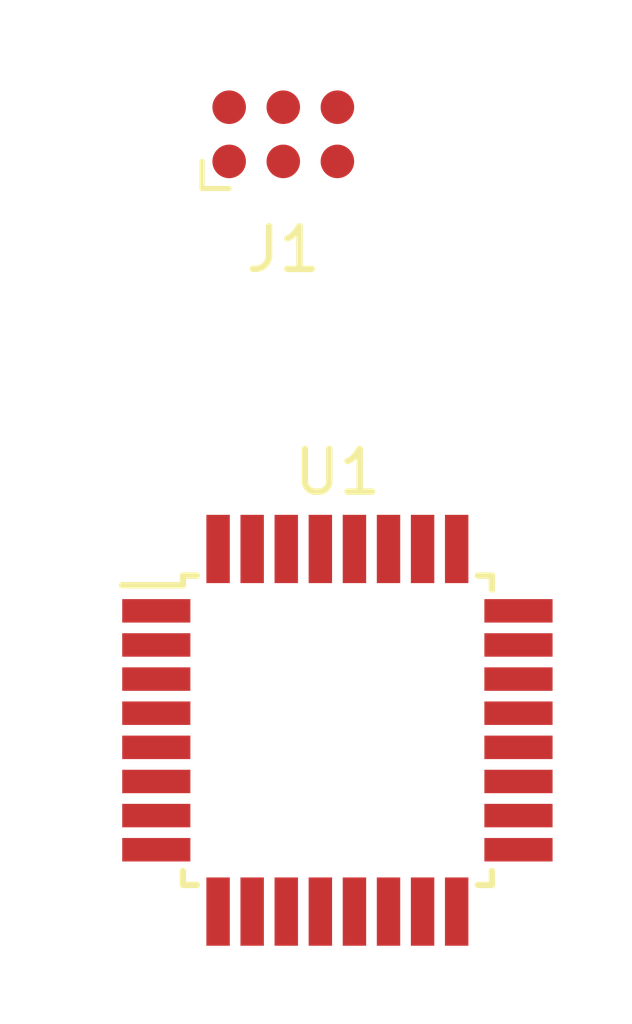
<source format=kicad_pcb>
(kicad_pcb (version 20171130) (host pcbnew "(5.1.2)-2")

  (general
    (thickness 1.6)
    (drawings 0)
    (tracks 0)
    (zones 0)
    (modules 2)
    (nets 38)
  )

  (page A4)
  (layers
    (0 F.Cu signal)
    (31 B.Cu signal)
    (32 B.Adhes user)
    (33 F.Adhes user)
    (34 B.Paste user)
    (35 F.Paste user)
    (36 B.SilkS user)
    (37 F.SilkS user)
    (38 B.Mask user)
    (39 F.Mask user)
    (40 Dwgs.User user)
    (41 Cmts.User user)
    (42 Eco1.User user)
    (43 Eco2.User user)
    (44 Edge.Cuts user)
    (45 Margin user)
    (46 B.CrtYd user)
    (47 F.CrtYd user)
    (48 B.Fab user)
    (49 F.Fab user)
  )

  (setup
    (last_trace_width 0.25)
    (trace_clearance 0.2)
    (zone_clearance 0.508)
    (zone_45_only no)
    (trace_min 0.2)
    (via_size 0.8)
    (via_drill 0.4)
    (via_min_size 0.4)
    (via_min_drill 0.3)
    (uvia_size 0.3)
    (uvia_drill 0.1)
    (uvias_allowed no)
    (uvia_min_size 0.2)
    (uvia_min_drill 0.1)
    (edge_width 0.05)
    (segment_width 0.2)
    (pcb_text_width 0.3)
    (pcb_text_size 1.5 1.5)
    (mod_edge_width 0.12)
    (mod_text_size 1 1)
    (mod_text_width 0.15)
    (pad_size 1.524 1.524)
    (pad_drill 0.762)
    (pad_to_mask_clearance 0.051)
    (solder_mask_min_width 0.25)
    (aux_axis_origin 0 0)
    (visible_elements FFFFFF7F)
    (pcbplotparams
      (layerselection 0x010fc_ffffffff)
      (usegerberextensions false)
      (usegerberattributes false)
      (usegerberadvancedattributes false)
      (creategerberjobfile false)
      (excludeedgelayer true)
      (linewidth 0.100000)
      (plotframeref false)
      (viasonmask false)
      (mode 1)
      (useauxorigin false)
      (hpglpennumber 1)
      (hpglpenspeed 20)
      (hpglpendiameter 15.000000)
      (psnegative false)
      (psa4output false)
      (plotreference true)
      (plotvalue true)
      (plotinvisibletext false)
      (padsonsilk false)
      (subtractmaskfromsilk false)
      (outputformat 1)
      (mirror false)
      (drillshape 1)
      (scaleselection 1)
      (outputdirectory ""))
  )

  (net 0 "")
  (net 1 "Net-(U1-Pad1)")
  (net 2 "Net-(U1-Pad2)")
  (net 3 "Net-(U1-Pad3)")
  (net 4 "Net-(U1-Pad4)")
  (net 5 "Net-(U1-Pad21)")
  (net 6 "Net-(U1-Pad6)")
  (net 7 "Net-(U1-Pad7)")
  (net 8 "Net-(U1-Pad8)")
  (net 9 "Net-(U1-Pad9)")
  (net 10 "Net-(U1-Pad10)")
  (net 11 "Net-(U1-Pad11)")
  (net 12 "Net-(U1-Pad12)")
  (net 13 "Net-(U1-Pad13)")
  (net 14 "Net-(U1-Pad14)")
  (net 15 "Net-(U1-Pad15)")
  (net 16 "Net-(U1-Pad16)")
  (net 17 "Net-(U1-Pad17)")
  (net 18 "Net-(U1-Pad18)")
  (net 19 "Net-(U1-Pad19)")
  (net 20 "Net-(U1-Pad20)")
  (net 21 "Net-(U1-Pad22)")
  (net 22 "Net-(U1-Pad23)")
  (net 23 "Net-(U1-Pad24)")
  (net 24 "Net-(U1-Pad25)")
  (net 25 "Net-(U1-Pad26)")
  (net 26 "Net-(U1-Pad27)")
  (net 27 "Net-(U1-Pad28)")
  (net 28 "Net-(U1-Pad29)")
  (net 29 "Net-(U1-Pad30)")
  (net 30 "Net-(U1-Pad31)")
  (net 31 "Net-(U1-Pad32)")
  (net 32 "Net-(J1-Pad1)")
  (net 33 "Net-(J1-Pad2)")
  (net 34 "Net-(J1-Pad3)")
  (net 35 "Net-(J1-Pad4)")
  (net 36 "Net-(J1-Pad5)")
  (net 37 "Net-(J1-Pad6)")

  (net_class Default "This is the default net class."
    (clearance 0.2)
    (trace_width 0.25)
    (via_dia 0.8)
    (via_drill 0.4)
    (uvia_dia 0.3)
    (uvia_drill 0.1)
    (add_net "Net-(J1-Pad1)")
    (add_net "Net-(J1-Pad2)")
    (add_net "Net-(J1-Pad3)")
    (add_net "Net-(J1-Pad4)")
    (add_net "Net-(J1-Pad5)")
    (add_net "Net-(J1-Pad6)")
    (add_net "Net-(U1-Pad1)")
    (add_net "Net-(U1-Pad10)")
    (add_net "Net-(U1-Pad11)")
    (add_net "Net-(U1-Pad12)")
    (add_net "Net-(U1-Pad13)")
    (add_net "Net-(U1-Pad14)")
    (add_net "Net-(U1-Pad15)")
    (add_net "Net-(U1-Pad16)")
    (add_net "Net-(U1-Pad17)")
    (add_net "Net-(U1-Pad18)")
    (add_net "Net-(U1-Pad19)")
    (add_net "Net-(U1-Pad2)")
    (add_net "Net-(U1-Pad20)")
    (add_net "Net-(U1-Pad21)")
    (add_net "Net-(U1-Pad22)")
    (add_net "Net-(U1-Pad23)")
    (add_net "Net-(U1-Pad24)")
    (add_net "Net-(U1-Pad25)")
    (add_net "Net-(U1-Pad26)")
    (add_net "Net-(U1-Pad27)")
    (add_net "Net-(U1-Pad28)")
    (add_net "Net-(U1-Pad29)")
    (add_net "Net-(U1-Pad3)")
    (add_net "Net-(U1-Pad30)")
    (add_net "Net-(U1-Pad31)")
    (add_net "Net-(U1-Pad32)")
    (add_net "Net-(U1-Pad4)")
    (add_net "Net-(U1-Pad6)")
    (add_net "Net-(U1-Pad7)")
    (add_net "Net-(U1-Pad8)")
    (add_net "Net-(U1-Pad9)")
  )

  (module Package_QFP:TQFP-32_7x7mm_P0.8mm (layer F.Cu) (tedit 5A02F146) (tstamp 5D38EED5)
    (at 35.56 44.45)
    (descr "32-Lead Plastic Thin Quad Flatpack (PT) - 7x7x1.0 mm Body, 2.00 mm [TQFP] (see Microchip Packaging Specification 00000049BS.pdf)")
    (tags "QFP 0.8")
    (path /5D38D7A6)
    (attr smd)
    (fp_text reference U1 (at 0 -6.05) (layer F.SilkS)
      (effects (font (size 1 1) (thickness 0.15)))
    )
    (fp_text value ATmega328PB-AU (at 0 6.05) (layer F.Fab)
      (effects (font (size 1 1) (thickness 0.15)))
    )
    (fp_text user %R (at 0 0) (layer F.Fab)
      (effects (font (size 1 1) (thickness 0.15)))
    )
    (fp_line (start -2.5 -3.5) (end 3.5 -3.5) (layer F.Fab) (width 0.15))
    (fp_line (start 3.5 -3.5) (end 3.5 3.5) (layer F.Fab) (width 0.15))
    (fp_line (start 3.5 3.5) (end -3.5 3.5) (layer F.Fab) (width 0.15))
    (fp_line (start -3.5 3.5) (end -3.5 -2.5) (layer F.Fab) (width 0.15))
    (fp_line (start -3.5 -2.5) (end -2.5 -3.5) (layer F.Fab) (width 0.15))
    (fp_line (start -5.3 -5.3) (end -5.3 5.3) (layer F.CrtYd) (width 0.05))
    (fp_line (start 5.3 -5.3) (end 5.3 5.3) (layer F.CrtYd) (width 0.05))
    (fp_line (start -5.3 -5.3) (end 5.3 -5.3) (layer F.CrtYd) (width 0.05))
    (fp_line (start -5.3 5.3) (end 5.3 5.3) (layer F.CrtYd) (width 0.05))
    (fp_line (start -3.625 -3.625) (end -3.625 -3.4) (layer F.SilkS) (width 0.15))
    (fp_line (start 3.625 -3.625) (end 3.625 -3.3) (layer F.SilkS) (width 0.15))
    (fp_line (start 3.625 3.625) (end 3.625 3.3) (layer F.SilkS) (width 0.15))
    (fp_line (start -3.625 3.625) (end -3.625 3.3) (layer F.SilkS) (width 0.15))
    (fp_line (start -3.625 -3.625) (end -3.3 -3.625) (layer F.SilkS) (width 0.15))
    (fp_line (start -3.625 3.625) (end -3.3 3.625) (layer F.SilkS) (width 0.15))
    (fp_line (start 3.625 3.625) (end 3.3 3.625) (layer F.SilkS) (width 0.15))
    (fp_line (start 3.625 -3.625) (end 3.3 -3.625) (layer F.SilkS) (width 0.15))
    (fp_line (start -3.625 -3.4) (end -5.05 -3.4) (layer F.SilkS) (width 0.15))
    (pad 1 smd rect (at -4.25 -2.8) (size 1.6 0.55) (layers F.Cu F.Paste F.Mask)
      (net 1 "Net-(U1-Pad1)"))
    (pad 2 smd rect (at -4.25 -2) (size 1.6 0.55) (layers F.Cu F.Paste F.Mask)
      (net 2 "Net-(U1-Pad2)"))
    (pad 3 smd rect (at -4.25 -1.2) (size 1.6 0.55) (layers F.Cu F.Paste F.Mask)
      (net 3 "Net-(U1-Pad3)"))
    (pad 4 smd rect (at -4.25 -0.4) (size 1.6 0.55) (layers F.Cu F.Paste F.Mask)
      (net 4 "Net-(U1-Pad4)"))
    (pad 5 smd rect (at -4.25 0.4) (size 1.6 0.55) (layers F.Cu F.Paste F.Mask)
      (net 5 "Net-(U1-Pad21)"))
    (pad 6 smd rect (at -4.25 1.2) (size 1.6 0.55) (layers F.Cu F.Paste F.Mask)
      (net 6 "Net-(U1-Pad6)"))
    (pad 7 smd rect (at -4.25 2) (size 1.6 0.55) (layers F.Cu F.Paste F.Mask)
      (net 7 "Net-(U1-Pad7)"))
    (pad 8 smd rect (at -4.25 2.8) (size 1.6 0.55) (layers F.Cu F.Paste F.Mask)
      (net 8 "Net-(U1-Pad8)"))
    (pad 9 smd rect (at -2.8 4.25 90) (size 1.6 0.55) (layers F.Cu F.Paste F.Mask)
      (net 9 "Net-(U1-Pad9)"))
    (pad 10 smd rect (at -2 4.25 90) (size 1.6 0.55) (layers F.Cu F.Paste F.Mask)
      (net 10 "Net-(U1-Pad10)"))
    (pad 11 smd rect (at -1.2 4.25 90) (size 1.6 0.55) (layers F.Cu F.Paste F.Mask)
      (net 11 "Net-(U1-Pad11)"))
    (pad 12 smd rect (at -0.4 4.25 90) (size 1.6 0.55) (layers F.Cu F.Paste F.Mask)
      (net 12 "Net-(U1-Pad12)"))
    (pad 13 smd rect (at 0.4 4.25 90) (size 1.6 0.55) (layers F.Cu F.Paste F.Mask)
      (net 13 "Net-(U1-Pad13)"))
    (pad 14 smd rect (at 1.2 4.25 90) (size 1.6 0.55) (layers F.Cu F.Paste F.Mask)
      (net 14 "Net-(U1-Pad14)"))
    (pad 15 smd rect (at 2 4.25 90) (size 1.6 0.55) (layers F.Cu F.Paste F.Mask)
      (net 15 "Net-(U1-Pad15)"))
    (pad 16 smd rect (at 2.8 4.25 90) (size 1.6 0.55) (layers F.Cu F.Paste F.Mask)
      (net 16 "Net-(U1-Pad16)"))
    (pad 17 smd rect (at 4.25 2.8) (size 1.6 0.55) (layers F.Cu F.Paste F.Mask)
      (net 17 "Net-(U1-Pad17)"))
    (pad 18 smd rect (at 4.25 2) (size 1.6 0.55) (layers F.Cu F.Paste F.Mask)
      (net 18 "Net-(U1-Pad18)"))
    (pad 19 smd rect (at 4.25 1.2) (size 1.6 0.55) (layers F.Cu F.Paste F.Mask)
      (net 19 "Net-(U1-Pad19)"))
    (pad 20 smd rect (at 4.25 0.4) (size 1.6 0.55) (layers F.Cu F.Paste F.Mask)
      (net 20 "Net-(U1-Pad20)"))
    (pad 21 smd rect (at 4.25 -0.4) (size 1.6 0.55) (layers F.Cu F.Paste F.Mask)
      (net 5 "Net-(U1-Pad21)"))
    (pad 22 smd rect (at 4.25 -1.2) (size 1.6 0.55) (layers F.Cu F.Paste F.Mask)
      (net 21 "Net-(U1-Pad22)"))
    (pad 23 smd rect (at 4.25 -2) (size 1.6 0.55) (layers F.Cu F.Paste F.Mask)
      (net 22 "Net-(U1-Pad23)"))
    (pad 24 smd rect (at 4.25 -2.8) (size 1.6 0.55) (layers F.Cu F.Paste F.Mask)
      (net 23 "Net-(U1-Pad24)"))
    (pad 25 smd rect (at 2.8 -4.25 90) (size 1.6 0.55) (layers F.Cu F.Paste F.Mask)
      (net 24 "Net-(U1-Pad25)"))
    (pad 26 smd rect (at 2 -4.25 90) (size 1.6 0.55) (layers F.Cu F.Paste F.Mask)
      (net 25 "Net-(U1-Pad26)"))
    (pad 27 smd rect (at 1.2 -4.25 90) (size 1.6 0.55) (layers F.Cu F.Paste F.Mask)
      (net 26 "Net-(U1-Pad27)"))
    (pad 28 smd rect (at 0.4 -4.25 90) (size 1.6 0.55) (layers F.Cu F.Paste F.Mask)
      (net 27 "Net-(U1-Pad28)"))
    (pad 29 smd rect (at -0.4 -4.25 90) (size 1.6 0.55) (layers F.Cu F.Paste F.Mask)
      (net 28 "Net-(U1-Pad29)"))
    (pad 30 smd rect (at -1.2 -4.25 90) (size 1.6 0.55) (layers F.Cu F.Paste F.Mask)
      (net 29 "Net-(U1-Pad30)"))
    (pad 31 smd rect (at -2 -4.25 90) (size 1.6 0.55) (layers F.Cu F.Paste F.Mask)
      (net 30 "Net-(U1-Pad31)"))
    (pad 32 smd rect (at -2.8 -4.25 90) (size 1.6 0.55) (layers F.Cu F.Paste F.Mask)
      (net 31 "Net-(U1-Pad32)"))
    (model ${KISYS3DMOD}/Package_QFP.3dshapes/TQFP-32_7x7mm_P0.8mm.wrl
      (at (xyz 0 0 0))
      (scale (xyz 1 1 1))
      (rotate (xyz 0 0 0))
    )
  )

  (module Connector:Tag-Connect_TC2030-IDC-NL_2x03_P1.27mm_Vertical (layer F.Cu) (tedit 5A29CEA9) (tstamp 5D38F262)
    (at 34.29 30.48)
    (descr "Tag-Connect programming header; http://www.tag-connect.com/Materials/TC2030-IDC-NL.pdf")
    (tags "tag connect programming header pogo pins")
    (path /5D389624)
    (attr virtual)
    (fp_text reference J1 (at 0 2.7) (layer F.SilkS)
      (effects (font (size 1 1) (thickness 0.15)))
    )
    (fp_text value TC2030-MCP-NL (at 0 -2.3) (layer F.Fab)
      (effects (font (size 1 1) (thickness 0.15)))
    )
    (fp_line (start -1.905 1.27) (end -1.905 0.635) (layer F.SilkS) (width 0.12))
    (fp_line (start -1.27 1.27) (end -1.905 1.27) (layer F.SilkS) (width 0.12))
    (fp_line (start -3.5 2) (end -3.5 -2) (layer F.CrtYd) (width 0.05))
    (fp_line (start 3.5 2) (end -3.5 2) (layer F.CrtYd) (width 0.05))
    (fp_line (start 3.5 -2) (end 3.5 2) (layer F.CrtYd) (width 0.05))
    (fp_line (start -3.5 -2) (end 3.5 -2) (layer F.CrtYd) (width 0.05))
    (fp_text user %R (at 0 0) (layer F.Fab)
      (effects (font (size 1 1) (thickness 0.15)))
    )
    (fp_line (start -1.27 0.635) (end -1.27 -0.635) (layer Dwgs.User) (width 0.1))
    (fp_line (start 1.27 0.635) (end -1.27 0.635) (layer Dwgs.User) (width 0.1))
    (fp_line (start 1.27 -0.635) (end 1.27 0.635) (layer Dwgs.User) (width 0.1))
    (fp_line (start -1.27 -0.635) (end 1.27 -0.635) (layer Dwgs.User) (width 0.1))
    (fp_line (start -1.27 0.635) (end 0 -0.635) (layer Dwgs.User) (width 0.1))
    (fp_line (start -1.27 0) (end -0.635 -0.635) (layer Dwgs.User) (width 0.1))
    (fp_line (start -0.635 0.635) (end 0.635 -0.635) (layer Dwgs.User) (width 0.1))
    (fp_line (start 0 0.635) (end 1.27 -0.635) (layer Dwgs.User) (width 0.1))
    (fp_line (start 0.635 0.635) (end 1.27 0) (layer Dwgs.User) (width 0.1))
    (fp_text user KEEPOUT (at 0 0) (layer Cmts.User)
      (effects (font (size 0.4 0.4) (thickness 0.07)))
    )
    (pad "" np_thru_hole circle (at 2.54 -1.016) (size 0.9906 0.9906) (drill 0.9906) (layers *.Cu *.Mask))
    (pad "" np_thru_hole circle (at 2.54 1.016) (size 0.9906 0.9906) (drill 0.9906) (layers *.Cu *.Mask))
    (pad "" np_thru_hole circle (at -2.54 0) (size 0.9906 0.9906) (drill 0.9906) (layers *.Cu *.Mask))
    (pad 1 connect circle (at -1.27 0.635) (size 0.7874 0.7874) (layers F.Cu F.Mask)
      (net 32 "Net-(J1-Pad1)"))
    (pad 2 connect circle (at -1.27 -0.635) (size 0.7874 0.7874) (layers F.Cu F.Mask)
      (net 33 "Net-(J1-Pad2)"))
    (pad 3 connect circle (at 0 0.635) (size 0.7874 0.7874) (layers F.Cu F.Mask)
      (net 34 "Net-(J1-Pad3)"))
    (pad 4 connect circle (at 0 -0.635) (size 0.7874 0.7874) (layers F.Cu F.Mask)
      (net 35 "Net-(J1-Pad4)"))
    (pad 5 connect circle (at 1.27 0.635) (size 0.7874 0.7874) (layers F.Cu F.Mask)
      (net 36 "Net-(J1-Pad5)"))
    (pad 6 connect circle (at 1.27 -0.635) (size 0.7874 0.7874) (layers F.Cu F.Mask)
      (net 37 "Net-(J1-Pad6)"))
  )

)

</source>
